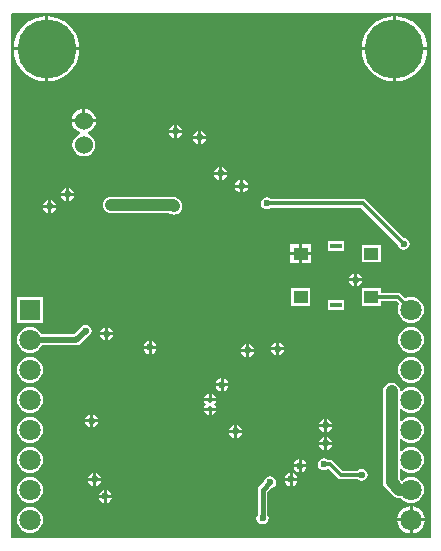
<source format=gbl>
G04 Layer_Physical_Order=2*
G04 Layer_Color=11436288*
%FSLAX25Y25*%
%MOIN*%
G70*
G01*
G75*
%ADD36C,0.01969*%
%ADD37C,0.03937*%
%ADD39C,0.01575*%
%ADD40C,0.01181*%
%ADD43C,0.06000*%
%ADD44C,0.19685*%
%ADD45C,0.07087*%
%ADD46R,0.07087X0.07087*%
%ADD47C,0.02362*%
%ADD48C,0.01969*%
%ADD49R,0.04724X0.04331*%
%ADD50R,0.03937X0.01772*%
G36*
X240000Y275000D02*
Y100000D01*
X100000D01*
X100000Y100000D01*
X100000Y274646D01*
X100354Y275000D01*
X240000D01*
X240000Y275000D01*
D02*
G37*
%LPC*%
G36*
X127500Y141124D02*
Y139500D01*
X129124D01*
X129054Y139851D01*
X128572Y140573D01*
X127851Y141054D01*
X127500Y141124D01*
D02*
G37*
G36*
X126500D02*
X126149Y141054D01*
X125427Y140573D01*
X124945Y139851D01*
X124876Y139500D01*
X126500D01*
Y141124D01*
D02*
G37*
G36*
X205500Y139624D02*
Y138000D01*
X207124D01*
X207055Y138351D01*
X206573Y139073D01*
X205851Y139555D01*
X205500Y139624D01*
D02*
G37*
G36*
X166000Y142425D02*
X164576D01*
X164631Y142151D01*
X165069Y141495D01*
X165726Y141056D01*
X166000Y141001D01*
Y142425D01*
D02*
G37*
G36*
X227000Y151780D02*
X226281Y151685D01*
X225610Y151407D01*
X225034Y150965D01*
X224593Y150390D01*
X224315Y149719D01*
X224220Y149000D01*
Y118500D01*
X224315Y117781D01*
X224593Y117110D01*
X225034Y116534D01*
X227550Y114019D01*
X228126Y113577D01*
X228796Y113299D01*
X229516Y113205D01*
X230178D01*
X230415Y112896D01*
X231320Y112201D01*
X232373Y111765D01*
X233504Y111616D01*
X234634Y111765D01*
X235688Y112201D01*
X236593Y112896D01*
X237287Y113800D01*
X237723Y114854D01*
X237872Y115984D01*
X237723Y117115D01*
X237287Y118168D01*
X236593Y119073D01*
X235688Y119767D01*
X234634Y120203D01*
X233504Y120352D01*
X232373Y120203D01*
X231320Y119767D01*
X230415Y119073D01*
X230362Y119069D01*
X229780Y119651D01*
Y122946D01*
X230253Y123107D01*
X230415Y122896D01*
X231320Y122201D01*
X232373Y121765D01*
X233504Y121616D01*
X234634Y121765D01*
X235688Y122201D01*
X236593Y122896D01*
X237287Y123800D01*
X237723Y124854D01*
X237872Y125984D01*
X237723Y127115D01*
X237287Y128168D01*
X236593Y129073D01*
X235688Y129767D01*
X234634Y130203D01*
X233504Y130352D01*
X232373Y130203D01*
X231320Y129767D01*
X230415Y129073D01*
X230253Y128862D01*
X229780Y129022D01*
Y132946D01*
X230253Y133107D01*
X230415Y132896D01*
X231320Y132201D01*
X232373Y131765D01*
X233504Y131616D01*
X234634Y131765D01*
X235688Y132201D01*
X236593Y132896D01*
X237287Y133800D01*
X237723Y134854D01*
X237872Y135984D01*
X237723Y137115D01*
X237287Y138168D01*
X236593Y139073D01*
X235688Y139767D01*
X234634Y140203D01*
X233504Y140352D01*
X232373Y140203D01*
X231320Y139767D01*
X230415Y139073D01*
X230253Y138862D01*
X229780Y139022D01*
Y142946D01*
X230253Y143107D01*
X230415Y142895D01*
X231320Y142201D01*
X232373Y141765D01*
X233504Y141616D01*
X234634Y141765D01*
X235688Y142201D01*
X236593Y142895D01*
X237287Y143800D01*
X237723Y144854D01*
X237872Y145984D01*
X237723Y147115D01*
X237287Y148168D01*
X236593Y149073D01*
X235688Y149767D01*
X234634Y150203D01*
X233504Y150352D01*
X232373Y150203D01*
X231320Y149767D01*
X230415Y149073D01*
X230240Y148844D01*
X229978Y148933D01*
X229772Y149056D01*
X229685Y149719D01*
X229407Y150390D01*
X228965Y150965D01*
X228390Y151407D01*
X227719Y151685D01*
X227000Y151780D01*
D02*
G37*
G36*
X106496Y150352D02*
X105366Y150203D01*
X104312Y149767D01*
X103407Y149073D01*
X102713Y148168D01*
X102277Y147115D01*
X102128Y145984D01*
X102277Y144854D01*
X102713Y143800D01*
X103407Y142895D01*
X104312Y142201D01*
X105366Y141765D01*
X106496Y141616D01*
X107626Y141765D01*
X108680Y142201D01*
X109585Y142895D01*
X110279Y143800D01*
X110715Y144854D01*
X110864Y145984D01*
X110715Y147115D01*
X110279Y148168D01*
X109585Y149073D01*
X108680Y149767D01*
X107626Y150203D01*
X106496Y150352D01*
D02*
G37*
G36*
X168424Y142425D02*
X167000D01*
Y141001D01*
X167274Y141056D01*
X167931Y141495D01*
X168369Y142151D01*
X168424Y142425D01*
D02*
G37*
G36*
X204500Y139624D02*
X204149Y139555D01*
X203428Y139073D01*
X202945Y138351D01*
X202876Y138000D01*
X204500D01*
Y139624D01*
D02*
G37*
G36*
X207124Y137000D02*
X205500D01*
Y135376D01*
X205851Y135445D01*
X206573Y135927D01*
X207055Y136649D01*
X207124Y137000D01*
D02*
G37*
G36*
X204500D02*
X202876D01*
X202945Y136649D01*
X203428Y135927D01*
X204149Y135445D01*
X204500Y135376D01*
Y137000D01*
D02*
G37*
G36*
X177124Y135000D02*
X175500D01*
Y133376D01*
X175851Y133446D01*
X176573Y133928D01*
X177055Y134649D01*
X177124Y135000D01*
D02*
G37*
G36*
X174500Y137624D02*
X174149Y137555D01*
X173427Y137073D01*
X172945Y136351D01*
X172876Y136000D01*
X174500D01*
Y137624D01*
D02*
G37*
G36*
X129124Y138500D02*
X127500D01*
Y136876D01*
X127851Y136945D01*
X128572Y137427D01*
X129054Y138149D01*
X129124Y138500D01*
D02*
G37*
G36*
X126500D02*
X124876D01*
X124945Y138149D01*
X125427Y137427D01*
X126149Y136945D01*
X126500Y136876D01*
Y138500D01*
D02*
G37*
G36*
X175500Y137624D02*
Y136000D01*
X177124D01*
X177055Y136351D01*
X176573Y137073D01*
X175851Y137555D01*
X175500Y137624D01*
D02*
G37*
G36*
X181124Y162000D02*
X179500D01*
Y160376D01*
X179851Y160445D01*
X180572Y160927D01*
X181054Y161649D01*
X181124Y162000D01*
D02*
G37*
G36*
X178500D02*
X176876D01*
X176945Y161649D01*
X177427Y160927D01*
X178149Y160445D01*
X178500Y160376D01*
Y162000D01*
D02*
G37*
G36*
X233504Y160352D02*
X232373Y160203D01*
X231320Y159767D01*
X230415Y159073D01*
X229721Y158168D01*
X229285Y157115D01*
X229136Y155984D01*
X229285Y154854D01*
X229721Y153800D01*
X230415Y152895D01*
X231320Y152201D01*
X232373Y151765D01*
X233504Y151616D01*
X234634Y151765D01*
X235688Y152201D01*
X236593Y152895D01*
X237287Y153800D01*
X237723Y154854D01*
X237872Y155984D01*
X237723Y157115D01*
X237287Y158168D01*
X236593Y159073D01*
X235688Y159767D01*
X234634Y160203D01*
X233504Y160352D01*
D02*
G37*
G36*
X188500Y162500D02*
X186876D01*
X186945Y162149D01*
X187427Y161427D01*
X188149Y160945D01*
X188500Y160876D01*
Y162500D01*
D02*
G37*
G36*
X148624Y163000D02*
X147000D01*
Y161376D01*
X147351Y161445D01*
X148073Y161927D01*
X148555Y162649D01*
X148624Y163000D01*
D02*
G37*
G36*
X146000D02*
X144376D01*
X144446Y162649D01*
X144928Y161927D01*
X145649Y161445D01*
X146000Y161376D01*
Y163000D01*
D02*
G37*
G36*
X191124Y162500D02*
X189500D01*
Y160876D01*
X189851Y160945D01*
X190573Y161427D01*
X191054Y162149D01*
X191124Y162500D01*
D02*
G37*
G36*
X106496Y160352D02*
X105366Y160203D01*
X104312Y159767D01*
X103407Y159073D01*
X102713Y158168D01*
X102277Y157115D01*
X102128Y155984D01*
X102277Y154854D01*
X102713Y153800D01*
X103407Y152895D01*
X104312Y152201D01*
X105366Y151765D01*
X106496Y151616D01*
X107626Y151765D01*
X108680Y152201D01*
X109585Y152895D01*
X110279Y153800D01*
X110715Y154854D01*
X110864Y155984D01*
X110715Y157115D01*
X110279Y158168D01*
X109585Y159073D01*
X108680Y159767D01*
X107626Y160203D01*
X106496Y160352D01*
D02*
G37*
G36*
X167000Y147998D02*
Y146575D01*
X168424D01*
X168369Y146849D01*
X167931Y147505D01*
X167274Y147944D01*
X167000Y147998D01*
D02*
G37*
G36*
X166000D02*
X165726Y147944D01*
X165069Y147505D01*
X164631Y146849D01*
X164576Y146575D01*
X166000D01*
Y147998D01*
D02*
G37*
G36*
X168424Y145575D02*
X164576D01*
X164631Y145301D01*
X164925Y144860D01*
X165028Y144500D01*
X164925Y144140D01*
X164631Y143699D01*
X164576Y143425D01*
X168424D01*
X168369Y143699D01*
X168075Y144140D01*
X167972Y144500D01*
X168075Y144860D01*
X168369Y145301D01*
X168424Y145575D01*
D02*
G37*
G36*
X170000Y150500D02*
X168376D01*
X168446Y150149D01*
X168928Y149427D01*
X169649Y148945D01*
X170000Y148876D01*
Y150500D01*
D02*
G37*
G36*
X171000Y153124D02*
Y151500D01*
X172624D01*
X172555Y151851D01*
X172073Y152573D01*
X171351Y153054D01*
X171000Y153124D01*
D02*
G37*
G36*
X170000D02*
X169649Y153054D01*
X168928Y152573D01*
X168446Y151851D01*
X168376Y151500D01*
X170000D01*
Y153124D01*
D02*
G37*
G36*
X172624Y150500D02*
X171000D01*
Y148876D01*
X171351Y148945D01*
X172073Y149427D01*
X172555Y150149D01*
X172624Y150500D01*
D02*
G37*
G36*
X174500Y135000D02*
X172876D01*
X172945Y134649D01*
X173427Y133928D01*
X174149Y133446D01*
X174500Y133376D01*
Y135000D01*
D02*
G37*
G36*
X132095Y115965D02*
Y114341D01*
X133719D01*
X133649Y114692D01*
X133167Y115413D01*
X132446Y115895D01*
X132095Y115965D01*
D02*
G37*
G36*
X131095D02*
X130744Y115895D01*
X130022Y115413D01*
X129540Y114692D01*
X129470Y114341D01*
X131095D01*
Y115965D01*
D02*
G37*
G36*
X133719Y113341D02*
X132095D01*
Y111716D01*
X132446Y111786D01*
X133167Y112268D01*
X133649Y112989D01*
X133719Y113341D01*
D02*
G37*
G36*
X127500Y119000D02*
X125876D01*
X125945Y118649D01*
X126427Y117928D01*
X127149Y117446D01*
X127500Y117376D01*
Y119000D01*
D02*
G37*
G36*
X195624D02*
X194000D01*
Y117376D01*
X194351Y117446D01*
X195072Y117928D01*
X195554Y118649D01*
X195624Y119000D01*
D02*
G37*
G36*
X193000D02*
X191376D01*
X191446Y118649D01*
X191928Y117928D01*
X192649Y117446D01*
X193000Y117376D01*
Y119000D01*
D02*
G37*
G36*
X130124D02*
X128500D01*
Y117376D01*
X128851Y117446D01*
X129572Y117928D01*
X130054Y118649D01*
X130124Y119000D01*
D02*
G37*
G36*
X131095Y113341D02*
X129470D01*
X129540Y112989D01*
X130022Y112268D01*
X130744Y111786D01*
X131095Y111716D01*
Y113341D01*
D02*
G37*
G36*
X106496Y110352D02*
X105366Y110203D01*
X104312Y109767D01*
X103407Y109073D01*
X102713Y108168D01*
X102277Y107115D01*
X102128Y105984D01*
X102277Y104854D01*
X102713Y103800D01*
X103407Y102895D01*
X104312Y102201D01*
X105366Y101765D01*
X106496Y101616D01*
X107626Y101765D01*
X108680Y102201D01*
X109585Y102895D01*
X110279Y103800D01*
X110715Y104854D01*
X110864Y105984D01*
X110715Y107115D01*
X110279Y108168D01*
X109585Y109073D01*
X108680Y109767D01*
X107626Y110203D01*
X106496Y110352D01*
D02*
G37*
G36*
X238021Y105484D02*
X234004D01*
Y101468D01*
X234690Y101558D01*
X235795Y102016D01*
X236744Y102744D01*
X237472Y103693D01*
X237930Y104798D01*
X238021Y105484D01*
D02*
G37*
G36*
X233004D02*
X228987D01*
X229078Y104798D01*
X229535Y103693D01*
X230264Y102744D01*
X231213Y102016D01*
X232318Y101558D01*
X233004Y101468D01*
Y105484D01*
D02*
G37*
G36*
X186500Y120507D02*
X185732Y120354D01*
X185081Y119919D01*
X184646Y119268D01*
X184558Y118829D01*
X182865Y117135D01*
X182517Y116614D01*
X182496Y116513D01*
X182394Y116000D01*
X182394Y116000D01*
Y107640D01*
X182146Y107268D01*
X181993Y106500D01*
X182146Y105732D01*
X182581Y105081D01*
X183232Y104646D01*
X184000Y104493D01*
X184768Y104646D01*
X185419Y105081D01*
X185854Y105732D01*
X186007Y106500D01*
X185854Y107268D01*
X185606Y107640D01*
Y115335D01*
X186829Y116558D01*
X187268Y116646D01*
X187919Y117081D01*
X188354Y117732D01*
X188507Y118500D01*
X188354Y119268D01*
X187919Y119919D01*
X187268Y120354D01*
X186500Y120507D01*
D02*
G37*
G36*
X106496Y120352D02*
X105366Y120203D01*
X104312Y119767D01*
X103407Y119073D01*
X102713Y118168D01*
X102277Y117115D01*
X102128Y115984D01*
X102277Y114854D01*
X102713Y113800D01*
X103407Y112896D01*
X104312Y112201D01*
X105366Y111765D01*
X106496Y111616D01*
X107626Y111765D01*
X108680Y112201D01*
X109585Y112896D01*
X110279Y113800D01*
X110715Y114854D01*
X110864Y115984D01*
X110715Y117115D01*
X110279Y118168D01*
X109585Y119073D01*
X108680Y119767D01*
X107626Y120203D01*
X106496Y120352D01*
D02*
G37*
G36*
X234004Y110501D02*
Y106484D01*
X238021D01*
X237930Y107170D01*
X237472Y108275D01*
X236744Y109224D01*
X235795Y109953D01*
X234690Y110411D01*
X234004Y110501D01*
D02*
G37*
G36*
X233004D02*
X232318Y110411D01*
X231213Y109953D01*
X230264Y109224D01*
X229535Y108275D01*
X229078Y107170D01*
X228987Y106484D01*
X233004D01*
Y110501D01*
D02*
G37*
G36*
X204500Y131000D02*
X202876D01*
X202945Y130649D01*
X203428Y129928D01*
X204149Y129446D01*
X204500Y129376D01*
Y131000D01*
D02*
G37*
G36*
X197000Y126124D02*
Y124500D01*
X198624D01*
X198555Y124851D01*
X198073Y125573D01*
X197351Y126055D01*
X197000Y126124D01*
D02*
G37*
G36*
X196000D02*
X195649Y126055D01*
X194928Y125573D01*
X194446Y124851D01*
X194376Y124500D01*
X196000D01*
Y126124D01*
D02*
G37*
G36*
X207124Y131000D02*
X205500D01*
Y129376D01*
X205851Y129446D01*
X206573Y129928D01*
X207055Y130649D01*
X207124Y131000D01*
D02*
G37*
G36*
X205500Y133624D02*
Y132000D01*
X207124D01*
X207055Y132351D01*
X206573Y133072D01*
X205851Y133554D01*
X205500Y133624D01*
D02*
G37*
G36*
X204500D02*
X204149Y133554D01*
X203428Y133072D01*
X202945Y132351D01*
X202876Y132000D01*
X204500D01*
Y133624D01*
D02*
G37*
G36*
X106496Y140352D02*
X105366Y140203D01*
X104312Y139767D01*
X103407Y139073D01*
X102713Y138168D01*
X102277Y137115D01*
X102128Y135984D01*
X102277Y134854D01*
X102713Y133800D01*
X103407Y132896D01*
X104312Y132201D01*
X105366Y131765D01*
X106496Y131616D01*
X107626Y131765D01*
X108680Y132201D01*
X109585Y132896D01*
X110279Y133800D01*
X110715Y134854D01*
X110864Y135984D01*
X110715Y137115D01*
X110279Y138168D01*
X109585Y139073D01*
X108680Y139767D01*
X107626Y140203D01*
X106496Y140352D01*
D02*
G37*
G36*
X198624Y123500D02*
X197000D01*
Y121876D01*
X197351Y121946D01*
X198073Y122427D01*
X198555Y123149D01*
X198624Y123500D01*
D02*
G37*
G36*
X128500Y121624D02*
Y120000D01*
X130124D01*
X130054Y120351D01*
X129572Y121072D01*
X128851Y121555D01*
X128500Y121624D01*
D02*
G37*
G36*
X127500D02*
X127149Y121555D01*
X126427Y121072D01*
X125945Y120351D01*
X125876Y120000D01*
X127500D01*
Y121624D01*
D02*
G37*
G36*
X204500Y126507D02*
X203732Y126354D01*
X203081Y125919D01*
X202646Y125268D01*
X202493Y124500D01*
X202646Y123732D01*
X203081Y123081D01*
X203732Y122646D01*
X204500Y122493D01*
X205268Y122646D01*
X205919Y123081D01*
X205931Y123082D01*
X209007Y120007D01*
X209462Y119702D01*
X210000Y119595D01*
X215571D01*
X215581Y119581D01*
X216232Y119146D01*
X217000Y118993D01*
X217768Y119146D01*
X218419Y119581D01*
X218854Y120232D01*
X219007Y121000D01*
X218854Y121768D01*
X218419Y122419D01*
X217768Y122854D01*
X217000Y123007D01*
X216232Y122854D01*
X215581Y122419D01*
X215571Y122405D01*
X210582D01*
X207493Y125494D01*
X207038Y125798D01*
X206500Y125905D01*
X205929D01*
X205919Y125919D01*
X205268Y126354D01*
X204500Y126507D01*
D02*
G37*
G36*
X193000Y121624D02*
X192649Y121555D01*
X191928Y121072D01*
X191446Y120351D01*
X191376Y120000D01*
X193000D01*
Y121624D01*
D02*
G37*
G36*
X196000Y123500D02*
X194376D01*
X194446Y123149D01*
X194928Y122427D01*
X195649Y121946D01*
X196000Y121876D01*
Y123500D01*
D02*
G37*
G36*
X106496Y130352D02*
X105366Y130203D01*
X104312Y129767D01*
X103407Y129073D01*
X102713Y128168D01*
X102277Y127115D01*
X102128Y125984D01*
X102277Y124854D01*
X102713Y123800D01*
X103407Y122896D01*
X104312Y122201D01*
X105366Y121765D01*
X106496Y121616D01*
X107626Y121765D01*
X108680Y122201D01*
X109585Y122896D01*
X110279Y123800D01*
X110715Y124854D01*
X110864Y125984D01*
X110715Y127115D01*
X110279Y128168D01*
X109585Y129073D01*
X108680Y129767D01*
X107626Y130203D01*
X106496Y130352D01*
D02*
G37*
G36*
X194000Y121624D02*
Y120000D01*
X195624D01*
X195554Y120351D01*
X195072Y121072D01*
X194351Y121555D01*
X194000Y121624D01*
D02*
G37*
G36*
X233504Y170352D02*
X232373Y170203D01*
X231320Y169767D01*
X230415Y169073D01*
X229721Y168168D01*
X229285Y167115D01*
X229136Y165984D01*
X229285Y164854D01*
X229721Y163800D01*
X230415Y162896D01*
X231320Y162201D01*
X232373Y161765D01*
X233504Y161616D01*
X234634Y161765D01*
X235688Y162201D01*
X236593Y162896D01*
X237287Y163800D01*
X237723Y164854D01*
X237872Y165984D01*
X237723Y167115D01*
X237287Y168168D01*
X236593Y169073D01*
X235688Y169767D01*
X234634Y170203D01*
X233504Y170352D01*
D02*
G37*
G36*
X169543Y223624D02*
X169192Y223555D01*
X168471Y223073D01*
X167989Y222351D01*
X167919Y222000D01*
X169543D01*
Y223624D01*
D02*
G37*
G36*
X172168Y221000D02*
X170543D01*
Y219376D01*
X170894Y219445D01*
X171616Y219928D01*
X172098Y220649D01*
X172168Y221000D01*
D02*
G37*
G36*
X169543D02*
X167919D01*
X167989Y220649D01*
X168471Y219928D01*
X169192Y219445D01*
X169543Y219376D01*
Y221000D01*
D02*
G37*
G36*
X170543Y223624D02*
Y222000D01*
X172168D01*
X172098Y222351D01*
X171616Y223073D01*
X170894Y223555D01*
X170543Y223624D01*
D02*
G37*
G36*
X165124Y233000D02*
X163500D01*
Y231376D01*
X163851Y231445D01*
X164573Y231927D01*
X165055Y232649D01*
X165124Y233000D01*
D02*
G37*
G36*
X162500D02*
X160876D01*
X160945Y232649D01*
X161427Y231927D01*
X162149Y231445D01*
X162500Y231376D01*
Y233000D01*
D02*
G37*
G36*
X128402Y238500D02*
X120465D01*
X120536Y237956D01*
X120940Y236983D01*
X121581Y236147D01*
X122416Y235506D01*
X123186Y235187D01*
Y234646D01*
X122523Y234371D01*
X121732Y233764D01*
X121125Y232973D01*
X120744Y232052D01*
X120613Y231063D01*
X120744Y230074D01*
X121125Y229153D01*
X121732Y228362D01*
X122523Y227755D01*
X123445Y227373D01*
X124434Y227243D01*
X125422Y227373D01*
X126344Y227755D01*
X127135Y228362D01*
X127742Y229153D01*
X128123Y230074D01*
X128254Y231063D01*
X128123Y232052D01*
X127742Y232973D01*
X127135Y233764D01*
X126344Y234371D01*
X125681Y234646D01*
Y235187D01*
X126451Y235506D01*
X127286Y236147D01*
X127927Y236983D01*
X128331Y237956D01*
X128402Y238500D01*
D02*
G37*
G36*
X177500Y219402D02*
Y217778D01*
X179124D01*
X179054Y218129D01*
X178572Y218850D01*
X177851Y219332D01*
X177500Y219402D01*
D02*
G37*
G36*
X118500Y216624D02*
X118149Y216555D01*
X117428Y216073D01*
X116946Y215351D01*
X116876Y215000D01*
X118500D01*
Y216624D01*
D02*
G37*
G36*
X121124Y214000D02*
X119500D01*
Y212376D01*
X119851Y212445D01*
X120572Y212928D01*
X121054Y213649D01*
X121124Y214000D01*
D02*
G37*
G36*
X118500D02*
X116876D01*
X116946Y213649D01*
X117428Y212928D01*
X118149Y212445D01*
X118500Y212376D01*
Y214000D01*
D02*
G37*
G36*
X119500Y216624D02*
Y215000D01*
X121124D01*
X121054Y215351D01*
X120572Y216073D01*
X119851Y216555D01*
X119500Y216624D01*
D02*
G37*
G36*
X176500Y219402D02*
X176149Y219332D01*
X175427Y218850D01*
X174945Y218129D01*
X174876Y217778D01*
X176500D01*
Y219402D01*
D02*
G37*
G36*
X179124Y216778D02*
X177500D01*
Y215153D01*
X177851Y215223D01*
X178572Y215705D01*
X179054Y216426D01*
X179124Y216778D01*
D02*
G37*
G36*
X176500D02*
X174876D01*
X174945Y216426D01*
X175427Y215705D01*
X176149Y215223D01*
X176500Y215153D01*
Y216778D01*
D02*
G37*
G36*
X154500Y235000D02*
X152876D01*
X152945Y234649D01*
X153428Y233927D01*
X154149Y233445D01*
X154500Y233376D01*
Y235000D01*
D02*
G37*
G36*
X238829Y262492D02*
X228492D01*
Y252155D01*
X229694Y252250D01*
X231353Y252648D01*
X232930Y253302D01*
X234385Y254193D01*
X235683Y255301D01*
X236791Y256599D01*
X237683Y258054D01*
X238336Y259631D01*
X238734Y261291D01*
X238829Y262492D01*
D02*
G37*
G36*
X227492D02*
X217155D01*
X217250Y261291D01*
X217648Y259631D01*
X218302Y258054D01*
X219193Y256599D01*
X220302Y255301D01*
X221599Y254193D01*
X223055Y253302D01*
X224631Y252648D01*
X226291Y252250D01*
X227492Y252155D01*
Y262492D01*
D02*
G37*
G36*
X122845D02*
X112508D01*
Y252155D01*
X113709Y252250D01*
X115369Y252648D01*
X116945Y253302D01*
X118401Y254193D01*
X119698Y255301D01*
X120807Y256599D01*
X121698Y258054D01*
X122352Y259631D01*
X122750Y261291D01*
X122845Y262492D01*
D02*
G37*
G36*
X111508Y273829D02*
X110306Y273734D01*
X108647Y273336D01*
X107070Y272683D01*
X105615Y271791D01*
X104317Y270683D01*
X103209Y269385D01*
X102317Y267930D01*
X101664Y266353D01*
X101266Y264693D01*
X101171Y263492D01*
X111508D01*
Y273829D01*
D02*
G37*
G36*
X228492D02*
Y263492D01*
X238829D01*
X238734Y264693D01*
X238336Y266353D01*
X237683Y267930D01*
X236791Y269385D01*
X235683Y270683D01*
X234385Y271791D01*
X232930Y272683D01*
X231353Y273336D01*
X229694Y273734D01*
X228492Y273829D01*
D02*
G37*
G36*
X227492D02*
X226291Y273734D01*
X224631Y273336D01*
X223055Y272683D01*
X221599Y271791D01*
X220302Y270683D01*
X219193Y269385D01*
X218302Y267930D01*
X217648Y266353D01*
X217250Y264693D01*
X217155Y263492D01*
X227492D01*
Y273829D01*
D02*
G37*
G36*
X112508D02*
Y263492D01*
X122845D01*
X122750Y264693D01*
X122352Y266353D01*
X121698Y267930D01*
X120807Y269385D01*
X119698Y270683D01*
X118401Y271791D01*
X116945Y272683D01*
X115369Y273336D01*
X113709Y273734D01*
X112508Y273829D01*
D02*
G37*
G36*
X111508Y262492D02*
X101171D01*
X101266Y261291D01*
X101664Y259631D01*
X102317Y258054D01*
X103209Y256599D01*
X104317Y255301D01*
X105615Y254193D01*
X107070Y253302D01*
X108647Y252648D01*
X110306Y252250D01*
X111508Y252155D01*
Y262492D01*
D02*
G37*
G36*
X163500Y235624D02*
Y234000D01*
X165124D01*
X165055Y234351D01*
X164573Y235072D01*
X163851Y235555D01*
X163500Y235624D01*
D02*
G37*
G36*
X162500D02*
X162149Y235555D01*
X161427Y235072D01*
X160945Y234351D01*
X160876Y234000D01*
X162500D01*
Y235624D01*
D02*
G37*
G36*
X157124Y235000D02*
X155500D01*
Y233376D01*
X155851Y233445D01*
X156572Y233927D01*
X157054Y234649D01*
X157124Y235000D01*
D02*
G37*
G36*
X154500Y237624D02*
X154149Y237555D01*
X153428Y237072D01*
X152945Y236351D01*
X152876Y236000D01*
X154500D01*
Y237624D01*
D02*
G37*
G36*
X124934Y242969D02*
Y239500D01*
X128402D01*
X128331Y240044D01*
X127927Y241017D01*
X127286Y241853D01*
X126451Y242494D01*
X125478Y242897D01*
X124934Y242969D01*
D02*
G37*
G36*
X123933D02*
X123389Y242897D01*
X122416Y242494D01*
X121581Y241853D01*
X120940Y241017D01*
X120536Y240044D01*
X120465Y239500D01*
X123933D01*
Y242969D01*
D02*
G37*
G36*
X155500Y237624D02*
Y236000D01*
X157124D01*
X157054Y236351D01*
X156572Y237072D01*
X155851Y237555D01*
X155500Y237624D01*
D02*
G37*
G36*
X132500Y170124D02*
Y168500D01*
X134124D01*
X134055Y168851D01*
X133572Y169572D01*
X132851Y170054D01*
X132500Y170124D01*
D02*
G37*
G36*
X131500D02*
X131149Y170054D01*
X130428Y169572D01*
X129946Y168851D01*
X129876Y168500D01*
X131500D01*
Y170124D01*
D02*
G37*
G36*
X125000Y171007D02*
X124232Y170854D01*
X123581Y170419D01*
X123146Y169768D01*
X123129Y169684D01*
X121236Y167791D01*
X110435D01*
X110279Y168168D01*
X109585Y169073D01*
X108680Y169767D01*
X107626Y170203D01*
X106496Y170352D01*
X105366Y170203D01*
X104312Y169767D01*
X103407Y169073D01*
X102713Y168168D01*
X102277Y167115D01*
X102128Y165984D01*
X102277Y164854D01*
X102713Y163800D01*
X103407Y162896D01*
X104312Y162201D01*
X105366Y161765D01*
X106496Y161616D01*
X107626Y161765D01*
X108680Y162201D01*
X109585Y162896D01*
X110279Y163800D01*
X110435Y164178D01*
X121984D01*
X122676Y164315D01*
X123261Y164707D01*
X125683Y167129D01*
X125768Y167146D01*
X126419Y167581D01*
X126854Y168232D01*
X127007Y169000D01*
X126854Y169768D01*
X126419Y170419D01*
X125768Y170854D01*
X125000Y171007D01*
D02*
G37*
G36*
X223461Y183169D02*
X217161D01*
Y177264D01*
X223461D01*
Y178812D01*
X228690D01*
X229607Y177894D01*
X229285Y177115D01*
X229136Y175984D01*
X229285Y174854D01*
X229721Y173800D01*
X230415Y172896D01*
X231320Y172201D01*
X232373Y171765D01*
X233504Y171616D01*
X234634Y171765D01*
X235688Y172201D01*
X236593Y172896D01*
X237287Y173800D01*
X237723Y174854D01*
X237872Y175984D01*
X237723Y177115D01*
X237287Y178168D01*
X236593Y179073D01*
X235688Y179767D01*
X234634Y180203D01*
X233504Y180352D01*
X232373Y180203D01*
X231594Y179881D01*
X230265Y181210D01*
X229809Y181515D01*
X229272Y181622D01*
X223461D01*
Y183169D01*
D02*
G37*
G36*
X199839D02*
X193539D01*
Y177264D01*
X199839D01*
Y183169D01*
D02*
G37*
G36*
X211256Y179331D02*
X205744D01*
Y175984D01*
X211256D01*
Y179331D01*
D02*
G37*
G36*
X110827Y180315D02*
X102165D01*
Y171653D01*
X110827D01*
Y180315D01*
D02*
G37*
G36*
X134124Y167500D02*
X132500D01*
Y165876D01*
X132851Y165945D01*
X133572Y166428D01*
X134055Y167149D01*
X134124Y167500D01*
D02*
G37*
G36*
X188500Y165124D02*
X188149Y165055D01*
X187427Y164573D01*
X186945Y163851D01*
X186876Y163500D01*
X188500D01*
Y165124D01*
D02*
G37*
G36*
X179500Y164624D02*
Y163000D01*
X181124D01*
X181054Y163351D01*
X180572Y164073D01*
X179851Y164555D01*
X179500Y164624D01*
D02*
G37*
G36*
X178500D02*
X178149Y164555D01*
X177427Y164073D01*
X176945Y163351D01*
X176876Y163000D01*
X178500D01*
Y164624D01*
D02*
G37*
G36*
X189500Y165124D02*
Y163500D01*
X191124D01*
X191054Y163851D01*
X190573Y164573D01*
X189851Y165055D01*
X189500Y165124D01*
D02*
G37*
G36*
X131500Y167500D02*
X129876D01*
X129946Y167149D01*
X130428Y166428D01*
X131149Y165945D01*
X131500Y165876D01*
Y167500D01*
D02*
G37*
G36*
X147000Y165624D02*
Y164000D01*
X148624D01*
X148555Y164351D01*
X148073Y165073D01*
X147351Y165554D01*
X147000Y165624D01*
D02*
G37*
G36*
X146000D02*
X145649Y165554D01*
X144928Y165073D01*
X144446Y164351D01*
X144376Y164000D01*
X146000D01*
Y165624D01*
D02*
G37*
G36*
X214500Y185500D02*
X212876D01*
X212945Y185149D01*
X213427Y184427D01*
X214149Y183946D01*
X214500Y183876D01*
Y185500D01*
D02*
G37*
G36*
X154000Y213780D02*
X133500D01*
X132781Y213685D01*
X132110Y213407D01*
X131535Y212965D01*
X131093Y212390D01*
X130815Y211719D01*
X130720Y211000D01*
X130815Y210281D01*
X131093Y209610D01*
X131535Y209034D01*
X132110Y208593D01*
X132781Y208315D01*
X133500Y208220D01*
X152944D01*
X153110Y208093D01*
X153781Y207815D01*
X154500Y207720D01*
X155219Y207815D01*
X155890Y208093D01*
X156465Y208535D01*
X156907Y209110D01*
X157185Y209781D01*
X157280Y210500D01*
X157185Y211219D01*
X156907Y211890D01*
X156465Y212466D01*
X155965Y212965D01*
X155390Y213407D01*
X154719Y213685D01*
X154000Y213780D01*
D02*
G37*
G36*
X185500Y213507D02*
X184732Y213354D01*
X184081Y212919D01*
X183646Y212268D01*
X183493Y211500D01*
X183646Y210732D01*
X184081Y210081D01*
X184732Y209646D01*
X185500Y209493D01*
X186268Y209646D01*
X186919Y210081D01*
X186929Y210095D01*
X216918D01*
X228996Y198017D01*
X228993Y198000D01*
X229146Y197232D01*
X229581Y196581D01*
X230232Y196146D01*
X231000Y195993D01*
X231768Y196146D01*
X232419Y196581D01*
X232854Y197232D01*
X233007Y198000D01*
X232854Y198768D01*
X232419Y199419D01*
X231768Y199854D01*
X231000Y200007D01*
X230983Y200004D01*
X218493Y212493D01*
X218038Y212798D01*
X217500Y212905D01*
X186929D01*
X186919Y212919D01*
X186268Y213354D01*
X185500Y213507D01*
D02*
G37*
G36*
X211256Y199016D02*
X205744D01*
Y195669D01*
X211256D01*
Y199016D01*
D02*
G37*
G36*
X112500Y210000D02*
X110876D01*
X110945Y209649D01*
X111427Y208927D01*
X112149Y208445D01*
X112500Y208376D01*
Y210000D01*
D02*
G37*
G36*
X113500Y212624D02*
Y211000D01*
X115124D01*
X115055Y211351D01*
X114573Y212072D01*
X113851Y212555D01*
X113500Y212624D01*
D02*
G37*
G36*
X112500D02*
X112149Y212555D01*
X111427Y212072D01*
X110945Y211351D01*
X110876Y211000D01*
X112500D01*
Y212624D01*
D02*
G37*
G36*
X115124Y210000D02*
X113500D01*
Y208376D01*
X113851Y208445D01*
X114573Y208927D01*
X115055Y209649D01*
X115124Y210000D01*
D02*
G37*
G36*
X200051Y197949D02*
X197189D01*
Y195283D01*
X200051D01*
Y197949D01*
D02*
G37*
G36*
X215500Y188124D02*
Y186500D01*
X217124D01*
X217055Y186851D01*
X216572Y187573D01*
X215851Y188055D01*
X215500Y188124D01*
D02*
G37*
G36*
X214500D02*
X214149Y188055D01*
X213427Y187573D01*
X212945Y186851D01*
X212876Y186500D01*
X214500D01*
Y188124D01*
D02*
G37*
G36*
X217124Y185500D02*
X215500D01*
Y183876D01*
X215851Y183946D01*
X216572Y184427D01*
X217055Y185149D01*
X217124Y185500D01*
D02*
G37*
G36*
X196189Y194283D02*
X193327D01*
Y191618D01*
X196189D01*
Y194283D01*
D02*
G37*
G36*
Y197949D02*
X193327D01*
Y195283D01*
X196189D01*
Y197949D01*
D02*
G37*
G36*
X223461Y197736D02*
X217161D01*
Y191831D01*
X223461D01*
Y197736D01*
D02*
G37*
G36*
X200051Y194283D02*
X197189D01*
Y191618D01*
X200051D01*
Y194283D01*
D02*
G37*
%LPD*%
D36*
X121984Y165984D02*
X125000Y169000D01*
X106496Y165984D02*
X121984D01*
D37*
X227000Y118500D02*
Y149000D01*
Y118500D02*
X229516Y115984D01*
X233504D01*
X154000Y211000D02*
X154500Y210500D01*
X133500Y211000D02*
X154000D01*
D39*
X184000Y106500D02*
Y116000D01*
X186500Y118500D01*
D40*
X204500Y124500D02*
X206500D01*
X210000Y121000D01*
X220311Y180217D02*
X229272D01*
X233504Y175984D01*
X217500Y211500D02*
X231000Y198000D01*
X185500Y211500D02*
X217500D01*
X210000Y121000D02*
X217000D01*
D43*
X124434Y239000D02*
D03*
Y231063D02*
D03*
D44*
X112008Y262992D02*
D03*
X227992D02*
D03*
D45*
X106496Y145984D02*
D03*
Y155984D02*
D03*
Y165984D02*
D03*
Y135984D02*
D03*
Y125984D02*
D03*
Y115984D02*
D03*
Y105984D02*
D03*
X233504D02*
D03*
Y115984D02*
D03*
Y125984D02*
D03*
Y135984D02*
D03*
Y145984D02*
D03*
Y155984D02*
D03*
Y165984D02*
D03*
Y175984D02*
D03*
D46*
X106496D02*
D03*
D47*
X134000Y226000D02*
D03*
X215000Y186000D02*
D03*
X175000Y135500D02*
D03*
X184000Y106500D02*
D03*
X186500Y118500D02*
D03*
X204500Y124500D02*
D03*
X127000Y139000D02*
D03*
X205000Y131500D02*
D03*
Y137500D02*
D03*
X231000Y198000D02*
D03*
X185500Y211500D02*
D03*
X227000Y149000D02*
D03*
X128000Y119500D02*
D03*
X131595Y113841D02*
D03*
X113000Y210500D02*
D03*
X119000Y214500D02*
D03*
X132000Y168000D02*
D03*
X189000Y163000D02*
D03*
X179000Y162500D02*
D03*
X170500Y151000D02*
D03*
X146500Y163500D02*
D03*
X154500Y210500D02*
D03*
X133500Y211000D02*
D03*
X163000Y233500D02*
D03*
X155000Y235500D02*
D03*
X177000Y217278D02*
D03*
X170043Y221500D02*
D03*
X217000Y121000D02*
D03*
X196500Y124000D02*
D03*
X193500Y119500D02*
D03*
X125000Y169000D02*
D03*
D48*
X166500Y142925D02*
D03*
Y146075D02*
D03*
D49*
X220311Y180217D02*
D03*
Y194783D02*
D03*
X196689Y180217D02*
D03*
Y194783D02*
D03*
D50*
X208500Y177657D02*
D03*
Y197343D02*
D03*
M02*

</source>
